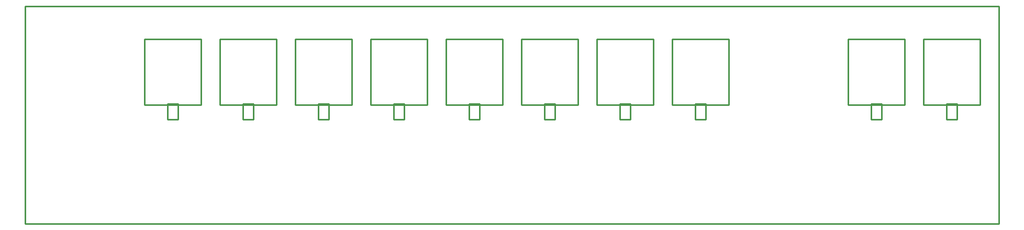
<source format=gko>
G04 Layer: BoardOutlineLayer*
G04 EasyEDA v6.5.34, 2023-08-10 19:26:28*
G04 b0001c0d98ad43d6911fc97ed176d0b1,5a6b42c53f6a479593ecc07194224c93,10*
G04 Gerber Generator version 0.2*
G04 Scale: 100 percent, Rotated: No, Reflected: No *
G04 Dimensions in millimeters *
G04 leading zeros omitted , absolute positions ,4 integer and 5 decimal *
%FSLAX45Y45*%
%MOMM*%

%ADD10C,0.2540*%
D10*
X2032000Y8102600D02*
G01*
X17780000Y8102600D01*
X17780000Y4572000D01*
X2032000Y4572000D01*
X2032000Y8102600D01*
X4330700Y6518275D02*
G01*
X4330700Y6264275D01*
X4330700Y6264275D02*
G01*
X4502150Y6264275D01*
X4502150Y6264275D02*
G01*
X4502150Y6518275D01*
X4502150Y6518275D02*
G01*
X4330700Y6518275D01*
X3962400Y7566025D02*
G01*
X3962400Y6505575D01*
X3962400Y6505575D02*
G01*
X4876800Y6505575D01*
X4876800Y6505575D02*
G01*
X4876800Y7566025D01*
X4876800Y7566025D02*
G01*
X3962400Y7566025D01*
X5181600Y7566025D02*
G01*
X5181600Y6505575D01*
X5181600Y6505575D02*
G01*
X6096000Y6505575D01*
X6096000Y6505575D02*
G01*
X6096000Y7566025D01*
X6096000Y7566025D02*
G01*
X5181600Y7566025D01*
X5549900Y6518275D02*
G01*
X5549900Y6264275D01*
X5549900Y6264275D02*
G01*
X5721350Y6264275D01*
X5721350Y6264275D02*
G01*
X5721350Y6518275D01*
X5721350Y6518275D02*
G01*
X5549900Y6518275D01*
X6400800Y7566025D02*
G01*
X6400800Y6505575D01*
X6400800Y6505575D02*
G01*
X7315200Y6505575D01*
X7315200Y6505575D02*
G01*
X7315200Y7566025D01*
X7315200Y7566025D02*
G01*
X6400800Y7566025D01*
X6769100Y6518275D02*
G01*
X6769100Y6264275D01*
X6769100Y6264275D02*
G01*
X6940550Y6264275D01*
X6940550Y6264275D02*
G01*
X6940550Y6518275D01*
X6940550Y6518275D02*
G01*
X6769100Y6518275D01*
X7620000Y7566025D02*
G01*
X7620000Y6505575D01*
X7620000Y6505575D02*
G01*
X8534400Y6505575D01*
X8534400Y6505575D02*
G01*
X8534400Y7566025D01*
X8534400Y7566025D02*
G01*
X7620000Y7566025D01*
X7988300Y6518275D02*
G01*
X7988300Y6264275D01*
X7988300Y6264275D02*
G01*
X8159750Y6264275D01*
X8159750Y6264275D02*
G01*
X8159750Y6518275D01*
X8159750Y6518275D02*
G01*
X7988300Y6518275D01*
X8839200Y7566025D02*
G01*
X8839200Y6505575D01*
X8839200Y6505575D02*
G01*
X9753600Y6505575D01*
X9753600Y6505575D02*
G01*
X9753600Y7566025D01*
X9753600Y7566025D02*
G01*
X8839200Y7566025D01*
X9207500Y6518275D02*
G01*
X9207500Y6264275D01*
X9207500Y6264275D02*
G01*
X9378950Y6264275D01*
X9378950Y6264275D02*
G01*
X9378950Y6518275D01*
X9378950Y6518275D02*
G01*
X9207500Y6518275D01*
X10058400Y7566025D02*
G01*
X10058400Y6505575D01*
X10058400Y6505575D02*
G01*
X10972800Y6505575D01*
X10972800Y6505575D02*
G01*
X10972800Y7566025D01*
X10972800Y7566025D02*
G01*
X10058400Y7566025D01*
X10426700Y6518275D02*
G01*
X10426700Y6264275D01*
X10426700Y6264275D02*
G01*
X10598150Y6264275D01*
X10598150Y6264275D02*
G01*
X10598150Y6518275D01*
X10598150Y6518275D02*
G01*
X10426700Y6518275D01*
X11277600Y7566025D02*
G01*
X11277600Y6505575D01*
X11277600Y6505575D02*
G01*
X12192000Y6505575D01*
X12192000Y6505575D02*
G01*
X12192000Y7566025D01*
X12192000Y7566025D02*
G01*
X11277600Y7566025D01*
X11645900Y6518275D02*
G01*
X11645900Y6264275D01*
X11645900Y6264275D02*
G01*
X11817350Y6264275D01*
X11817350Y6264275D02*
G01*
X11817350Y6518275D01*
X11817350Y6518275D02*
G01*
X11645900Y6518275D01*
X12496800Y7566025D02*
G01*
X12496800Y6505575D01*
X12496800Y6505575D02*
G01*
X13411200Y6505575D01*
X13411200Y6505575D02*
G01*
X13411200Y7566025D01*
X13411200Y7566025D02*
G01*
X12496800Y7566025D01*
X12865100Y6518275D02*
G01*
X12865100Y6264275D01*
X12865100Y6264275D02*
G01*
X13036550Y6264275D01*
X13036550Y6264275D02*
G01*
X13036550Y6518275D01*
X13036550Y6518275D02*
G01*
X12865100Y6518275D01*
X15341600Y7566025D02*
G01*
X15341600Y6505575D01*
X15341600Y6505575D02*
G01*
X16256000Y6505575D01*
X16256000Y6505575D02*
G01*
X16256000Y7566025D01*
X16256000Y7566025D02*
G01*
X15341600Y7566025D01*
X15709900Y6518275D02*
G01*
X15709900Y6264275D01*
X15709900Y6264275D02*
G01*
X15881350Y6264275D01*
X15881350Y6264275D02*
G01*
X15881350Y6518275D01*
X15881350Y6518275D02*
G01*
X15709900Y6518275D01*
X16560800Y7566025D02*
G01*
X16560800Y6505575D01*
X16560800Y6505575D02*
G01*
X17475200Y6505575D01*
X17475200Y6505575D02*
G01*
X17475200Y7566025D01*
X17475200Y7566025D02*
G01*
X16560800Y7566025D01*
X16929100Y6518275D02*
G01*
X16929100Y6264275D01*
X16929100Y6264275D02*
G01*
X17100550Y6264275D01*
X17100550Y6264275D02*
G01*
X17100550Y6518275D01*
X17100550Y6518275D02*
G01*
X16929100Y6518275D01*

%LPD*%
M02*

</source>
